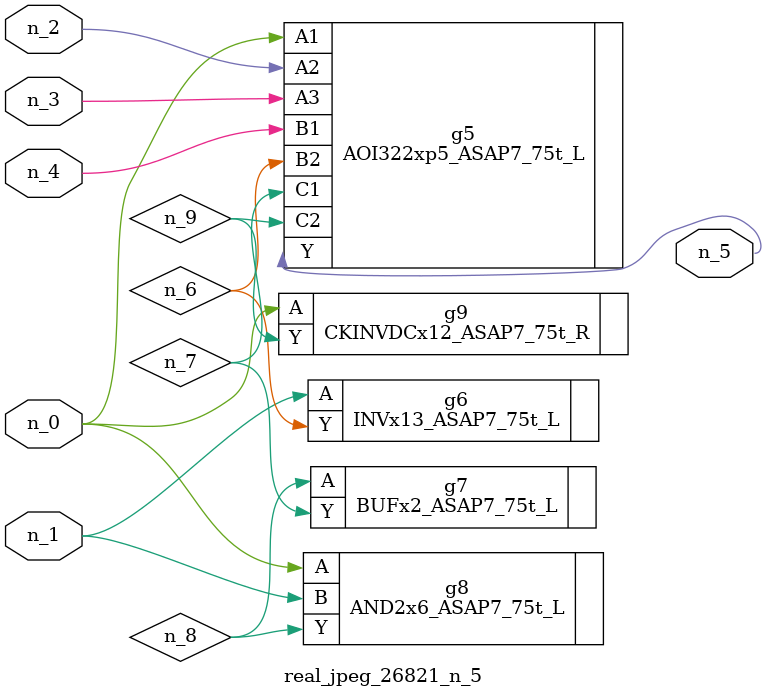
<source format=v>
module real_jpeg_26821_n_5 (n_4, n_0, n_1, n_2, n_3, n_5);

input n_4;
input n_0;
input n_1;
input n_2;
input n_3;

output n_5;

wire n_8;
wire n_6;
wire n_7;
wire n_9;

AOI322xp5_ASAP7_75t_L g5 ( 
.A1(n_0),
.A2(n_2),
.A3(n_3),
.B1(n_4),
.B2(n_6),
.C1(n_7),
.C2(n_9),
.Y(n_5)
);

AND2x6_ASAP7_75t_L g8 ( 
.A(n_0),
.B(n_1),
.Y(n_8)
);

CKINVDCx12_ASAP7_75t_R g9 ( 
.A(n_0),
.Y(n_9)
);

INVx13_ASAP7_75t_L g6 ( 
.A(n_1),
.Y(n_6)
);

BUFx2_ASAP7_75t_L g7 ( 
.A(n_8),
.Y(n_7)
);


endmodule
</source>
